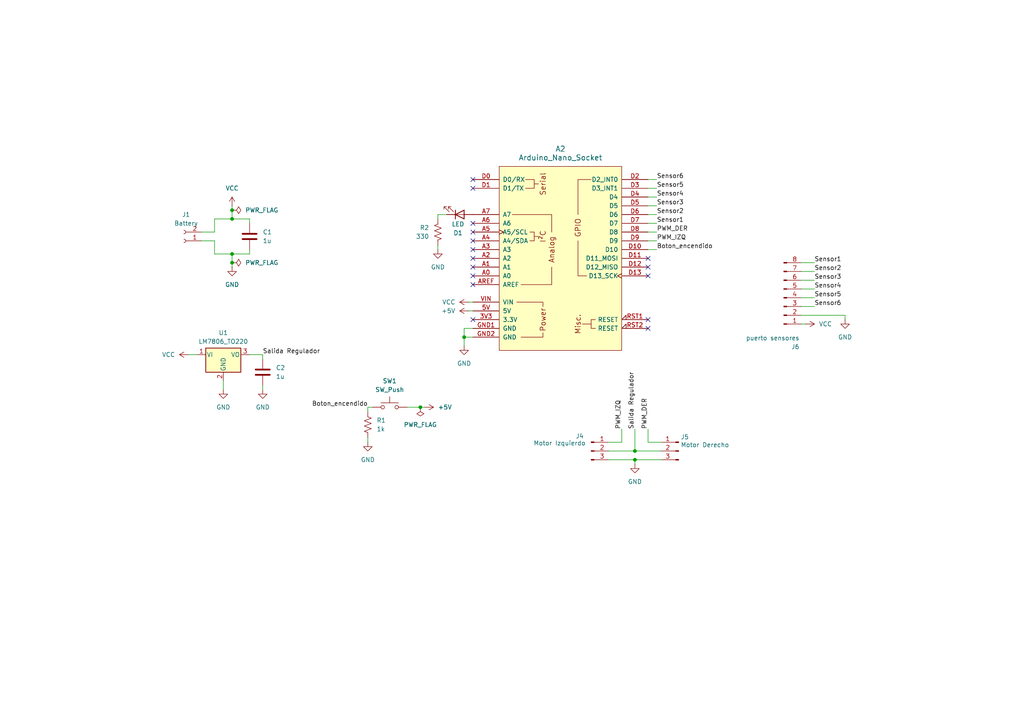
<source format=kicad_sch>
(kicad_sch (version 20231120) (generator "eeschema") (generator_version "8.0")
  (paper "A4")
  (lib_symbols
    (symbol "Connector:Conn_01x02_Socket" (pin_names (offset 1.016) hide)
      (property "Reference" "J" (at 0 2.54 0))
      (property "Value" "Conn_01x02_Socket" (at 0 -5.08 0))
      (symbol "Conn_01x02_Socket_1_1"
        (arc (start 0 -2.032) (mid -0.5058 -2.54) (end 0 -3.048) (stroke (width 0.1524)))
        (polyline (pts (xy -1.27 -2.54) (xy -0.508 -2.54)) (stroke (width 0.1524)))
        (polyline (pts (xy -1.27 0) (xy -0.508 0)) (stroke (width 0.1524)))
        (arc (start 0 0.508) (mid -0.5058 0) (end 0 -0.508) (stroke (width 0.1524)))
        (pin passive line (at -5.08 0 0) (length 3.81) (name "Pin_1") (number "1"))
        (pin passive line (at -5.08 -2.54 0) (length 3.81) (name "Pin_2") (number "2"))
      )
    )
    (symbol "Connector:Conn_01x03_Pin" (pin_names (offset 1.016) hide)
      (property "Reference" "J" (at 0 5.08 0))
      (property "Value" "Conn_01x03_Pin" (at 0 -5.08 0))
      (symbol "Conn_01x03_Pin_1_1"
        (polyline (pts (xy 1.27 -2.54) (xy 0.8636 -2.54)) (stroke (width 0.1524)))
        (polyline (pts (xy 1.27 0) (xy 0.8636 0)) (stroke (width 0.1524)))
        (polyline (pts (xy 1.27 2.54) (xy 0.8636 2.54)) (stroke (width 0.1524)))
        (rectangle (start 0.8636 -2.413) (end 0 -2.667) (stroke (width 0.1524)) (fill (type outline)))
        (rectangle (start 0.8636 0.127) (end 0 -0.127) (stroke (width 0.1524)) (fill (type outline)))
        (rectangle (start 0.8636 2.667) (end 0 2.413) (stroke (width 0.1524)) (fill (type outline)))
        (pin passive line (at 5.08 2.54 180) (length 3.81) (name "Pin_1") (number "1"))
        (pin passive line (at 5.08 0 180) (length 3.81) (name "Pin_2") (number "2"))
        (pin passive line (at 5.08 -2.54 180) (length 3.81) (name "Pin_3") (number "3"))
      )
    )
    (symbol "Connector:Conn_01x08_Pin" (pin_names (offset 1.016) hide)
      (property "Reference" "J" (at 0 10.16 0))
      (property "Value" "Conn_01x08_Pin" (at 0 -12.7 0))
      (symbol "Conn_01x08_Pin_1_1"
        (polyline (pts (xy 1.27 -10.16) (xy 0.8636 -10.16)) (stroke (width 0.1524)))
        (polyline (pts (xy 1.27 -7.62) (xy 0.8636 -7.62)) (stroke (width 0.1524)))
        (polyline (pts (xy 1.27 -5.08) (xy 0.8636 -5.08)) (stroke (width 0.1524)))
        (polyline (pts (xy 1.27 -2.54) (xy 0.8636 -2.54)) (stroke (width 0.1524)))
        (polyline (pts (xy 1.27 0) (xy 0.8636 0)) (stroke (width 0.1524)))
        (polyline (pts (xy 1.27 2.54) (xy 0.8636 2.54)) (stroke (width 0.1524)))
        (polyline (pts (xy 1.27 5.08) (xy 0.8636 5.08)) (stroke (width 0.1524)))
        (polyline (pts (xy 1.27 7.62) (xy 0.8636 7.62)) (stroke (width 0.1524)))
        (rectangle (start 0.8636 -10.033) (end 0 -10.287) (stroke (width 0.1524)) (fill (type outline)))
        (rectangle (start 0.8636 -7.493) (end 0 -7.747) (stroke (width 0.1524)) (fill (type outline)))
        (rectangle (start 0.8636 -4.953) (end 0 -5.207) (stroke (width 0.1524)) (fill (type outline)))
        (rectangle (start 0.8636 -2.413) (end 0 -2.667) (stroke (width 0.1524)) (fill (type outline)))
        (rectangle (start 0.8636 0.127) (end 0 -0.127) (stroke (width 0.1524)) (fill (type outline)))
        (rectangle (start 0.8636 2.667) (end 0 2.413) (stroke (width 0.1524)) (fill (type outline)))
        (rectangle (start 0.8636 5.207) (end 0 4.953) (stroke (width 0.1524)) (fill (type outline)))
        (rectangle (start 0.8636 7.747) (end 0 7.493) (stroke (width 0.1524)) (fill (type outline)))
        (pin passive line (at 5.08 7.62 180) (length 3.81) (name "Pin_1") (number "1"))
        (pin passive line (at 5.08 5.08 180) (length 3.81) (name "Pin_2") (number "2"))
        (pin passive line (at 5.08 2.54 180) (length 3.81) (name "Pin_3") (number "3"))
        (pin passive line (at 5.08 0 180) (length 3.81) (name "Pin_4") (number "4"))
        (pin passive line (at 5.08 -2.54 180) (length 3.81) (name "Pin_5") (number "5"))
        (pin passive line (at 5.08 -5.08 180) (length 3.81) (name "Pin_6") (number "6"))
        (pin passive line (at 5.08 -7.62 180) (length 3.81) (name "Pin_7") (number "7"))
        (pin passive line (at 5.08 -10.16 180) (length 3.81) (name "Pin_8") (number "8"))
      )
    )
    (symbol "Device:C" (pin_numbers hide) (pin_names (offset 0.254))
      (property "Reference" "C" (at 0.635 2.54 0))
      (property "Value" "C" (at 0.635 -2.54 0))
      (symbol "C_0_1"
        (polyline (pts (xy -2.032 -0.762) (xy 2.032 -0.762)) (stroke (width 0.508)))
        (polyline (pts (xy -2.032 0.762) (xy 2.032 0.762)) (stroke (width 0.508)))
      )
      (symbol "C_1_1"
        (pin passive line (at 0 3.81 270) (length 2.794) (name "~") (number "1"))
        (pin passive line (at 0 -3.81 90) (length 2.794) (name "~") (number "2"))
      )
    )
    (symbol "Device:LED" (pin_numbers hide) (pin_names (offset 1.016) hide)
      (property "Reference" "D" (at 0 2.54 0))
      (property "Value" "LED" (at 0 -2.54 0))
      (symbol "LED_0_1"
        (polyline (pts (xy -1.27 -1.27) (xy -1.27 1.27)) (stroke (width 0.254)))
        (polyline (pts (xy -1.27 0) (xy 1.27 0)))
        (polyline (pts (xy 1.27 -1.27) (xy 1.27 1.27) (xy -1.27 0) (xy 1.27 -1.27)) (stroke (width 0.254)))
        (polyline (pts (xy -3.048 -0.762) (xy -4.572 -2.286) (xy -3.81 -2.286) (xy -4.572 -2.286) (xy -4.572 -1.524)))
        (polyline (pts (xy -1.778 -0.762) (xy -3.302 -2.286) (xy -2.54 -2.286) (xy -3.302 -2.286) (xy -3.302 -1.524)))
      )
      (symbol "LED_1_1"
        (pin passive line (at -3.81 0 0) (length 2.54) (name "K") (number "1"))
        (pin passive line (at 3.81 0 180) (length 2.54) (name "A") (number "2"))
      )
    )
    (symbol "Device:R_US" (pin_numbers hide) (pin_names (offset 0))
      (property "Reference" "R" (at 2.54 0 90))
      (property "Value" "R_US" (at -2.54 0 90))
      (symbol "R_US_0_1"
        (polyline (pts (xy 0 -2.286) (xy 0 -2.54)))
        (polyline (pts (xy 0 2.286) (xy 0 2.54)))
        (polyline (pts (xy 0 -0.762) (xy 1.016 -1.143) (xy 0 -1.524) (xy -1.016 -1.905) (xy 0 -2.286)))
        (polyline (pts (xy 0 0.762) (xy 1.016 0.381) (xy 0 0) (xy -1.016 -0.381) (xy 0 -0.762)))
        (polyline (pts (xy 0 2.286) (xy 1.016 1.905) (xy 0 1.524) (xy -1.016 1.143) (xy 0 0.762)))
      )
      (symbol "R_US_1_1"
        (pin passive line (at 0 3.81 270) (length 1.27) (name "~") (number "1"))
        (pin passive line (at 0 -3.81 90) (length 1.27) (name "~") (number "2"))
      )
    )
    (symbol "PCM_arduino-library:Arduino_Nano_Socket" (pin_names (offset 1.016))
      (property "Reference" "A" (at 0 33.02 0))
      (property "Value" "Arduino_Nano_Socket" (at 0 29.21 0))
      (symbol "Arduino_Nano_Socket_0_0"
        (rectangle (start -17.78 26.67) (end 17.78 -26.67) (fill (type background)))
        (polyline (pts (xy -7.62 6.35) (xy -6.35 6.35)))
        (polyline (pts (xy -7.62 21.59) (xy -6.35 21.59)))
        (polyline (pts (xy 8.89 -19.05) (xy 6.35 -19.05)))
        (polyline (pts (xy -11.43 -22.86) (xy -5.08 -22.86) (xy -5.08 -21.59)))
        (polyline (pts (xy -5.08 -13.97) (xy -5.08 -12.7) (xy -12.7 -12.7)))
        (polyline (pts (xy -10.16 22.86) (xy -7.62 22.86) (xy -7.62 20.32) (xy -10.16 20.32)))
        (polyline (pts (xy -8.89 7.62) (xy -7.62 7.62) (xy -7.62 5.08) (xy -8.89 5.08)))
        (text "Analog" (at -2.54 2.54 900) (effects (font (size 1.524 1.524))))
        (text "I²C" (at -5.08 6.35 900) (effects (font (size 1.524 1.524))))
        (text "Misc." (at 5.08 -19.05 900) (effects (font (size 1.524 1.524))))
        (text "Power" (at -5.08 -17.78 900) (effects (font (size 1.524 1.524))))
        (text "Serial" (at -5.08 21.59 900) (effects (font (size 1.524 1.524))))
      )
      (symbol "Arduino_Nano_Socket_0_1"
        (polyline (pts (xy -13.97 12.7) (xy -2.54 12.7) (xy -2.54 7.62)))
        (polyline (pts (xy -11.43 -7.62) (xy -2.54 -7.62) (xy -2.54 -2.54)))
        (polyline (pts (xy 7.62 -5.08) (xy 5.08 -5.08) (xy 5.08 5.08)))
        (polyline (pts (xy 8.89 22.86) (xy 5.08 22.86) (xy 5.08 12.7)))
        (polyline (pts (xy 10.16 -17.78) (xy 8.89 -17.78) (xy 8.89 -20.32) (xy 10.16 -20.32)))
      )
      (symbol "Arduino_Nano_Socket_1_0"
        (text "GPIO" (at 5.08 8.89 900) (effects (font (size 1.524 1.524))))
      )
      (symbol "Arduino_Nano_Socket_1_1"
        (pin power_out line (at -25.4 -17.78 0) (length 7.62) (name "3.3V") (number "3V3"))
        (pin power_in line (at -25.4 -15.24 0) (length 7.62) (name "5V") (number "5V"))
        (pin bidirectional line (at -25.4 -5.08 0) (length 7.62) (name "A0") (number "A0"))
        (pin bidirectional line (at -25.4 -2.54 0) (length 7.62) (name "A1") (number "A1"))
        (pin bidirectional line (at -25.4 0 0) (length 7.62) (name "A2") (number "A2"))
        (pin bidirectional line (at -25.4 2.54 0) (length 7.62) (name "A3") (number "A3"))
        (pin bidirectional line (at -25.4 5.08 0) (length 7.62) (name "A4/SDA") (number "A4"))
        (pin bidirectional clock (at -25.4 7.62 0) (length 7.62) (name "A5/SCL") (number "A5"))
        (pin input line (at -25.4 10.16 0) (length 7.62) (name "A6") (number "A6"))
        (pin input line (at -25.4 12.7 0) (length 7.62) (name "A7") (number "A7"))
        (pin input line (at -25.4 -7.62 0) (length 7.62) (name "AREF") (number "AREF"))
        (pin bidirectional line (at -25.4 22.86 0) (length 7.62) (name "D0/RX") (number "D0"))
        (pin bidirectional line (at -25.4 20.32 0) (length 7.62) (name "D1/TX") (number "D1"))
        (pin bidirectional line (at 25.4 2.54 180) (length 7.62) (name "D10") (number "D10"))
        (pin bidirectional line (at 25.4 0 180) (length 7.62) (name "D11_MOSI") (number "D11"))
        (pin bidirectional line (at 25.4 -2.54 180) (length 7.62) (name "D12_MISO") (number "D12"))
        (pin bidirectional clock (at 25.4 -5.08 180) (length 7.62) (name "D13_SCK") (number "D13"))
        (pin bidirectional line (at 25.4 22.86 180) (length 7.62) (name "D2_INT0") (number "D2"))
        (pin bidirectional line (at 25.4 20.32 180) (length 7.62) (name "D3_INT1") (number "D3"))
        (pin bidirectional line (at 25.4 17.78 180) (length 7.62) (name "D4") (number "D4"))
        (pin bidirectional line (at 25.4 15.24 180) (length 7.62) (name "D5") (number "D5"))
        (pin bidirectional line (at 25.4 12.7 180) (length 7.62) (name "D6") (number "D6"))
        (pin bidirectional line (at 25.4 10.16 180) (length 7.62) (name "D7") (number "D7"))
        (pin bidirectional line (at 25.4 7.62 180) (length 7.62) (name "D8") (number "D8"))
        (pin bidirectional line (at 25.4 5.08 180) (length 7.62) (name "D9") (number "D9"))
        (pin power_in line (at -25.4 -20.32 0) (length 7.62) (name "GND") (number "GND1"))
        (pin power_in line (at -25.4 -22.86 0) (length 7.62) (name "GND") (number "GND2"))
        (pin open_collector input_low (at 25.4 -17.78 180) (length 7.62) (name "RESET") (number "RST1"))
        (pin open_collector input_low (at 25.4 -20.32 180) (length 7.62) (name "RESET") (number "RST2"))
        (pin power_in line (at -25.4 -12.7 0) (length 7.62) (name "VIN") (number "VIN"))
      )
    )
    (symbol "Regulator_Linear:LM7806_TO220" (pin_names (offset 0.254))
      (property "Reference" "U" (at -3.81 3.175 0))
      (property "Value" "LM7806_TO220" (at 0 3.175 0))
      (symbol "LM7806_TO220_0_1"
        (rectangle (start -5.08 1.905) (end 5.08 -5.08) (stroke (width 0.254)) (fill (type background)))
      )
      (symbol "LM7806_TO220_1_1"
        (pin power_in line (at -7.62 0 0) (length 2.54) (name "VI") (number "1"))
        (pin power_in line (at 0 -7.62 90) (length 2.54) (name "GND") (number "2"))
        (pin power_out line (at 7.62 0 180) (length 2.54) (name "VO") (number "3"))
      )
    )
    (symbol "Switch:SW_Push" (pin_numbers hide) (pin_names (offset 1.016) hide)
      (property "Reference" "SW" (at 1.27 2.54 0))
      (property "Value" "SW_Push" (at 0 -1.524 0))
      (symbol "SW_Push_0_1"
        (circle (center -2.032 0) (radius 0.508))
        (polyline (pts (xy 0 1.27) (xy 0 3.048)))
        (polyline (pts (xy 2.54 1.27) (xy -2.54 1.27)))
        (circle (center 2.032 0) (radius 0.508))
        (pin passive line (at -5.08 0 0) (length 2.54) (name "1") (number "1"))
        (pin passive line (at 5.08 0 180) (length 2.54) (name "2") (number "2"))
      )
    )
    (symbol "power:+5V" (power) (pin_numbers hide) (pin_names (offset 0) hide)
      (property "Value" "+5V" (at 0 3.556 0))
      (symbol "+5V_0_1"
        (polyline (pts (xy -0.762 1.27) (xy 0 2.54)))
        (polyline (pts (xy 0 0) (xy 0 2.54)))
        (polyline (pts (xy 0 2.54) (xy 0.762 1.27)))
      )
      (symbol "+5V_1_1"
        (pin power_in line (at 0 0 90) (length 0) (name "~") (number "1"))
      )
    )
    (symbol "power:GND" (power) (pin_numbers hide) (pin_names (offset 0) hide)
      (property "Value" "GND" (at 0 -3.81 0))
      (symbol "GND_0_1"
        (polyline (pts (xy 0 0) (xy 0 -1.27) (xy 1.27 -1.27) (xy 0 -2.54) (xy -1.27 -1.27) (xy 0 -1.27)))
      )
      (symbol "GND_1_1"
        (pin power_in line (at 0 0 270) (length 0) (name "~") (number "1"))
      )
    )
    (symbol "power:PWR_FLAG" (power) (pin_numbers hide) (pin_names (offset 0) hide)
      (property "Value" "PWR_FLAG" (at 0 3.81 0))
      (symbol "PWR_FLAG_0_0"
        (pin power_out line (at 0 0 90) (length 0) (name "~") (number "1"))
      )
      (symbol "PWR_FLAG_0_1"
        (polyline (pts (xy 0 0) (xy 0 1.27) (xy -1.016 1.905) (xy 0 2.54) (xy 1.016 1.905) (xy 0 1.27)))
      )
    )
    (symbol "power:VCC" (power) (pin_numbers hide) (pin_names (offset 0) hide)
      (property "Value" "VCC" (at 0 3.556 0))
      (symbol "VCC_0_1"
        (polyline (pts (xy -0.762 1.27) (xy 0 2.54)))
        (polyline (pts (xy 0 0) (xy 0 2.54)))
        (polyline (pts (xy 0 2.54) (xy 0.762 1.27)))
      )
      (symbol "VCC_1_1"
        (pin power_in line (at 0 0 90) (length 0) (name "~") (number "1"))
      )
    )
  )
  (junction (at 184.15 130.81))
  (junction (at 134.62 97.79))
  (junction (at 67.31 73.66))
  (junction (at 67.31 60.96))
  (junction (at 184.15 133.35))
  (junction (at 121.92 118.11))
  (junction (at 67.31 63.5))
  (junction (at 67.31 76.2))
  (no_connect (at 137.16 52.07))
  (no_connect (at 137.16 64.77))
  (no_connect (at 187.96 77.47))
  (no_connect (at 137.16 80.01))
  (no_connect (at 137.16 54.61))
  (no_connect (at 137.16 69.85))
  (no_connect (at 187.96 74.93))
  (no_connect (at 187.96 95.25))
  (no_connect (at 137.16 92.71))
  (no_connect (at 187.96 92.71))
  (no_connect (at 137.16 74.93))
  (no_connect (at 137.16 82.55))
  (no_connect (at 137.16 77.47))
  (no_connect (at 187.96 80.01))
  (no_connect (at 137.16 72.39))
  (no_connect (at 137.16 67.31))
  (wire (pts (xy 180.34 124.46) (xy 180.34 128.27)))
  (wire (pts (xy 54.61 102.87) (xy 57.15 102.87)))
  (wire (pts (xy 72.39 102.87) (xy 76.2 102.87)))
  (wire (pts (xy 67.31 73.66) (xy 62.23 73.66)))
  (wire (pts (xy 176.53 128.27) (xy 180.34 128.27)))
  (wire (pts (xy 72.39 73.66) (xy 67.31 73.66)))
  (wire (pts (xy 232.41 76.2) (xy 236.22 76.2)))
  (wire (pts (xy 236.22 81.28) (xy 232.41 81.28)))
  (wire (pts (xy 190.5 57.15) (xy 187.96 57.15)))
  (wire (pts (xy 184.15 133.35) (xy 191.77 133.35)))
  (wire (pts (xy 127 62.23) (xy 127 63.5)))
  (wire (pts (xy 232.41 78.74) (xy 236.22 78.74)))
  (wire (pts (xy 62.23 73.66) (xy 62.23 69.85)))
  (wire (pts (xy 190.5 52.07) (xy 187.96 52.07)))
  (wire (pts (xy 190.5 62.23) (xy 187.96 62.23)))
  (wire (pts (xy 72.39 72.39) (xy 72.39 73.66)))
  (wire (pts (xy 245.11 91.44) (xy 232.41 91.44)))
  (wire (pts (xy 233.68 93.98) (xy 232.41 93.98)))
  (wire (pts (xy 184.15 124.46) (xy 184.15 130.81)))
  (wire (pts (xy 190.5 64.77) (xy 187.96 64.77)))
  (wire (pts (xy 236.22 86.36) (xy 232.41 86.36)))
  (wire (pts (xy 64.77 113.03) (xy 64.77 110.49)))
  (wire (pts (xy 67.31 59.69) (xy 67.31 60.96)))
  (wire (pts (xy 127 71.12) (xy 127 72.39)))
  (wire (pts (xy 67.31 76.2) (xy 67.31 73.66)))
  (wire (pts (xy 245.11 91.44) (xy 245.11 92.71)))
  (wire (pts (xy 137.16 95.25) (xy 134.62 95.25)))
  (wire (pts (xy 129.54 62.23) (xy 127 62.23)))
  (wire (pts (xy 176.53 130.81) (xy 184.15 130.81)))
  (wire (pts (xy 62.23 69.85) (xy 58.42 69.85)))
  (wire (pts (xy 62.23 67.31) (xy 58.42 67.31)))
  (wire (pts (xy 191.77 128.27) (xy 187.96 128.27)))
  (wire (pts (xy 137.16 97.79) (xy 134.62 97.79)))
  (wire (pts (xy 67.31 63.5) (xy 72.39 63.5)))
  (wire (pts (xy 134.62 95.25) (xy 134.62 97.79)))
  (wire (pts (xy 62.23 63.5) (xy 67.31 63.5)))
  (wire (pts (xy 72.39 63.5) (xy 72.39 64.77)))
  (wire (pts (xy 134.62 97.79) (xy 134.62 100.33)))
  (wire (pts (xy 107.95 118.11) (xy 106.68 118.11)))
  (wire (pts (xy 236.22 83.82) (xy 232.41 83.82)))
  (wire (pts (xy 135.89 90.17) (xy 137.16 90.17)))
  (wire (pts (xy 190.5 67.31) (xy 187.96 67.31)))
  (wire (pts (xy 123.19 118.11) (xy 121.92 118.11)))
  (wire (pts (xy 121.92 118.11) (xy 118.11 118.11)))
  (wire (pts (xy 106.68 127) (xy 106.68 128.27)))
  (wire (pts (xy 76.2 102.87) (xy 76.2 104.14)))
  (wire (pts (xy 190.5 59.69) (xy 187.96 59.69)))
  (wire (pts (xy 184.15 130.81) (xy 191.77 130.81)))
  (wire (pts (xy 236.22 88.9) (xy 232.41 88.9)))
  (wire (pts (xy 176.53 133.35) (xy 184.15 133.35)))
  (wire (pts (xy 76.2 111.76) (xy 76.2 113.03)))
  (wire (pts (xy 187.96 124.46) (xy 187.96 128.27)))
  (wire (pts (xy 62.23 67.31) (xy 62.23 63.5)))
  (wire (pts (xy 184.15 133.35) (xy 184.15 134.62)))
  (wire (pts (xy 67.31 77.47) (xy 67.31 76.2)))
  (wire (pts (xy 187.96 72.39) (xy 190.5 72.39)))
  (wire (pts (xy 135.89 87.63) (xy 137.16 87.63)))
  (wire (pts (xy 106.68 118.11) (xy 106.68 119.38)))
  (wire (pts (xy 190.5 69.85) (xy 187.96 69.85)))
  (wire (pts (xy 67.31 60.96) (xy 67.31 63.5)))
  (wire (pts (xy 190.5 54.61) (xy 187.96 54.61)))
  (label "Sensor1" (at 190.5 64.77 0))
  (label "PWM_IZQ" (at 190.5 69.85 0))
  (label "Salida Regulador" (at 184.15 124.46 90))
  (label "Sensor3" (at 236.22 81.28 0))
  (label "Sensor3" (at 190.5 59.69 0))
  (label "Sensor2" (at 236.22 78.74 0))
  (label "Boton_encendido" (at 106.68 118.11 180))
  (label "Sensor1" (at 236.22 76.2 0))
  (label "PWM_IZQ" (at 180.34 124.46 90))
  (label "Boton_encendido" (at 190.5 72.39 0))
  (label "Sensor6" (at 236.22 88.9 0))
  (label "Sensor2" (at 190.5 62.23 0))
  (label "PWM_DER" (at 187.96 124.46 90))
  (label "Sensor4" (at 190.5 57.15 0))
  (label "PWM_DER" (at 190.5 67.31 0))
  (label "Sensor5" (at 190.5 54.61 0))
  (label "Sensor5" (at 236.22 86.36 0))
  (label "Salida Regulador" (at 76.2 102.87 0))
  (label "Sensor4" (at 236.22 83.82 0))
  (label "Sensor6" (at 190.5 52.07 0))
  (symbol (lib_id "power:VCC") (at 54.61 102.87 90) (unit 1)
    (property "Reference" "#PWR03" (effects (hide yes)))
    (property "Value" "VCC" (at 50.8 102.8699 90) (effects (justify left)))
    (property "Description" "Power symbol creates a global label with name \"VCC\"" (effects (hide yes)))
  )
  (symbol (lib_id "PCM_arduino-library:Arduino_Nano_Socket") (at 162.56 74.93 0) (unit 1)
    (property "Reference" "A2" (at 162.56 43.18 0) (effects (font (size 1.524 1.524))))
    (property "Value" "Arduino_Nano_Socket" (at 162.56 45.72 0) (effects (font (size 1.524 1.524))))
    (property "Footprint" "PCM_arduino-library:Arduino_Nano_Socket" (effects (hide yes)))
    (property "Datasheet" "https://docs.arduino.cc/hardware/nano" (effects (hide yes)))
    (property "Description" "Socket for Arduino Nano" (effects (hide yes)))
  )
  (symbol (lib_id "Device:C") (at 76.2 107.95 0) (unit 1)
    (property "Reference" "C2" (at 80.01 106.6799 0) (effects (justify left)))
    (property "Value" "1u" (at 80.01 109.2199 0) (effects (justify left)))
    (property "Footprint" "Capacitor_THT:C_Disc_D7.0mm_W2.5mm_P5.00mm" (effects (hide yes)))
    (property "Description" "Unpolarized capacitor" (effects (hide yes)))
  )
  (symbol (lib_id "power:PWR_FLAG") (at 67.31 60.96 270) (unit 1)
    (property "Reference" "#FLG02" (effects (hide yes)))
    (property "Value" "PWR_FLAG" (at 71.12 60.9599 90) (effects (justify left)))
    (property "Description" "Special symbol for telling ERC where power comes from" (effects (hide yes)))
  )
  (symbol (lib_id "power:GND") (at 106.68 128.27 0) (unit 1)
    (property "Reference" "#PWR08" (effects (hide yes)))
    (property "Value" "GND" (at 106.68 133.35 0))
    (property "Description" "Power symbol creates a global label with name \"GND\" , ground" (effects (hide yes)))
  )
  (symbol (lib_id "power:GND") (at 76.2 113.03 0) (unit 1)
    (property "Reference" "#PWR05" (effects (hide yes)))
    (property "Value" "GND" (at 76.2 118.11 0))
    (property "Description" "Power symbol creates a global label with name \"GND\" , ground" (effects (hide yes)))
  )
  (symbol (lib_id "power:PWR_FLAG") (at 67.31 76.2 270) (unit 1)
    (property "Reference" "#FLG01" (effects (hide yes)))
    (property "Value" "PWR_FLAG" (at 71.12 76.1999 90) (effects (justify left)))
    (property "Description" "Special symbol for telling ERC where power comes from" (effects (hide yes)))
  )
  (symbol (lib_id "power:VCC") (at 233.68 93.98 270) (unit 1)
    (property "Reference" "#PWR012" (effects (hide yes)))
    (property "Value" "VCC" (at 237.49 93.9801 90) (effects (justify left)))
    (property "Description" "Power symbol creates a global label with name \"VCC\"" (effects (hide yes)))
  )
  (symbol (lib_id "Switch:SW_Push") (at 113.03 118.11 0) (mirror y) (unit 1)
    (property "Reference" "SW1" (at 113.03 110.49 0))
    (property "Value" "SW_Push" (at 113.03 113.03 0))
    (property "Footprint" "Button_Switch_THT:SW_PUSH_6mm" (effects (hide yes)))
    (property "Description" "Push button switch, generic, two pins" (effects (hide yes)))
  )
  (symbol (lib_id "Device:LED") (at 133.35 62.23 0) (mirror x) (unit 1)
    (property "Reference" "D1" (at 132.842 67.564 0))
    (property "Value" "LED" (at 132.842 65.024 0))
    (property "Footprint" "LED_THT:LED_D5.0mm" (effects (hide yes)))
    (property "Description" "Light emitting diode" (effects (hide yes)))
  )
  (symbol (lib_id "power:GND") (at 64.77 113.03 0) (unit 1)
    (property "Reference" "#PWR04" (effects (hide yes)))
    (property "Value" "GND" (at 64.77 118.11 0))
    (property "Description" "Power symbol creates a global label with name \"GND\" , ground" (effects (hide yes)))
  )
  (symbol (lib_id "Connector:Conn_01x03_Pin") (at 196.85 130.81 0) (mirror y) (unit 1)
    (property "Reference" "J5" (at 198.628 126.746 0))
    (property "Value" "Motor Derecho" (at 204.47 129.032 0))
    (property "Footprint" "Connector_PinHeader_2.54mm:PinHeader_1x03_P2.54mm_Vertical" (effects (hide yes)))
    (property "Description" "Generic connector, single row, 01x03, script generated" (effects (hide yes)))
  )
  (symbol (lib_id "power:VCC") (at 135.89 87.63 90) (unit 1)
    (property "Reference" "#PWR014" (effects (hide yes)))
    (property "Value" "VCC" (at 132.08 87.6299 90) (effects (justify left)))
    (property "Description" "Power symbol creates a global label with name \"VCC\"" (effects (hide yes)))
  )
  (symbol (lib_id "power:GND") (at 67.31 77.47 0) (unit 1)
    (property "Reference" "#PWR02" (effects (hide yes)))
    (property "Value" "GND" (at 67.31 82.55 0))
    (property "Description" "Power symbol creates a global label with name \"GND\" , ground" (effects (hide yes)))
  )
  (symbol (lib_id "power:+5V") (at 123.19 118.11 270) (unit 1)
    (property "Reference" "#PWR011" (effects (hide yes)))
    (property "Value" "+5V" (at 127 118.1099 90) (effects (justify left)))
    (property "Description" "Power symbol creates a global label with name \"+5V\"" (effects (hide yes)))
  )
  (symbol (lib_id "Connector:Conn_01x03_Pin") (at 171.45 130.81 0) (unit 1)
    (property "Reference" "J4" (at 168.148 126.492 0))
    (property "Value" "Motor Izquierdo" (at 162.306 128.524 0))
    (property "Footprint" "Connector_PinHeader_2.54mm:PinHeader_1x03_P2.54mm_Vertical" (effects (hide yes)))
    (property "Description" "Generic connector, single row, 01x03, script generated" (effects (hide yes)))
  )
  (symbol (lib_id "power:GND") (at 134.62 100.33 0) (mirror y) (unit 1)
    (property "Reference" "#PWR010" (effects (hide yes)))
    (property "Value" "GND" (at 134.62 105.41 0))
    (property "Description" "Power symbol creates a global label with name \"GND\" , ground" (effects (hide yes)))
  )
  (symbol (lib_id "Connector:Conn_01x08_Pin") (at 227.33 86.36 0) (mirror x) (unit 1)
    (property "Reference" "J6" (at 231.902 100.584 0) (effects (justify right)))
    (property "Value" "puerto sensores" (at 231.902 98.044 0) (effects (justify right)))
    (property "Footprint" "Connector_PinHeader_2.54mm:PinHeader_1x08_P2.54mm_Vertical" (effects (hide yes)))
    (property "Description" "Generic connector, single row, 01x08, script generated" (effects (hide yes)))
  )
  (symbol (lib_id "Device:R_US") (at 127 67.31 0) (mirror y) (unit 1)
    (property "Reference" "R2" (at 124.46 66.0399 0) (effects (justify left)))
    (property "Value" "330" (at 124.46 68.5799 0) (effects (justify left)))
    (property "Footprint" "Resistor_THT:R_Axial_DIN0411_L9.9mm_D3.6mm_P12.70mm_Horizontal" (effects (hide yes)))
    (property "Description" "Resistor, US symbol" (effects (hide yes)))
  )
  (symbol (lib_id "power:PWR_FLAG") (at 121.92 118.11 180) (unit 1)
    (property "Reference" "#FLG03" (effects (hide yes)))
    (property "Value" "PWR_FLAG" (at 121.92 123.19 0))
    (property "Description" "Special symbol for telling ERC where power comes from" (effects (hide yes)))
  )
  (symbol (lib_id "power:GND") (at 127 72.39 0) (mirror y) (unit 1)
    (property "Reference" "#PWR06" (effects (hide yes)))
    (property "Value" "GND" (at 127 77.47 0))
    (property "Description" "Power symbol creates a global label with name \"GND\" , ground" (effects (hide yes)))
  )
  (symbol (lib_id "Connector:Conn_01x02_Socket") (at 53.34 69.85 180) (unit 1)
    (property "Reference" "J1" (at 53.975 62.23 0))
    (property "Value" "Battery" (at 53.975 64.77 0))
    (property "Footprint" "Connector_Molex:Molex_KK-254_AE-6410-02A_1x02_P2.54mm_Vertical" (effects (hide yes)))
    (property "Description" "Generic connector, single row, 01x02, script generated" (effects (hide yes)))
  )
  (symbol (lib_id "power:GND") (at 245.11 92.71 0) (unit 1)
    (property "Reference" "#PWR09" (effects (hide yes)))
    (property "Value" "GND" (at 245.11 97.79 0))
    (property "Description" "Power symbol creates a global label with name \"GND\" , ground" (effects (hide yes)))
  )
  (symbol (lib_id "Regulator_Linear:LM7806_TO220") (at 64.77 102.87 0) (unit 1)
    (property "Reference" "U1" (at 64.77 96.52 0))
    (property "Value" "LM7806_TO220" (at 64.77 99.06 0))
    (property "Footprint" "Package_TO_SOT_THT:TO-220-3_Vertical" (effects (hide yes)))
    (property "Datasheet" "https://www.onsemi.cn/PowerSolutions/document/MC7800-D.PDF" (effects (hide yes)))
    (property "Description" "Positive 1A 35V Linear Regulator, Fixed Output 6V, TO-220" (effects (hide yes)))
  )
  (symbol (lib_id "Device:R_US") (at 106.68 123.19 0) (unit 1)
    (property "Reference" "R1" (at 109.22 121.9199 0) (effects (justify left)))
    (property "Value" "1k" (at 109.22 124.4599 0) (effects (justify left)))
    (property "Footprint" "Resistor_THT:R_Axial_DIN0411_L9.9mm_D3.6mm_P12.70mm_Horizontal" (effects (hide yes)))
    (property "Description" "Resistor, US symbol" (effects (hide yes)))
  )
  (symbol (lib_id "power:VCC") (at 67.31 59.69 0) (unit 1)
    (property "Reference" "#PWR01" (effects (hide yes)))
    (property "Value" "VCC" (at 67.31 54.61 0))
    (property "Description" "Power symbol creates a global label with name \"VCC\"" (effects (hide yes)))
  )
  (symbol (lib_id "Device:C") (at 72.39 68.58 0) (unit 1)
    (property "Reference" "C1" (at 76.2 67.3099 0) (effects (justify left)))
    (property "Value" "1u" (at 76.2 69.8499 0) (effects (justify left)))
    (property "Footprint" "Capacitor_THT:C_Disc_D7.0mm_W2.5mm_P5.00mm" (effects (hide yes)))
    (property "Description" "Unpolarized capacitor" (effects (hide yes)))
  )
  (symbol (lib_id "power:+5V") (at 135.89 90.17 90) (unit 1)
    (property "Reference" "#PWR013" (effects (hide yes)))
    (property "Value" "+5V" (at 130.048 90.17 90))
    (property "Description" "Power symbol creates a global label with name \"+5V\"" (effects (hide yes)))
  )
  (symbol (lib_id "power:GND") (at 184.15 134.62 0) (unit 1)
    (property "Reference" "#PWR07" (effects (hide yes)))
    (property "Value" "GND" (at 184.15 139.7 0))
    (property "Description" "Power symbol creates a global label with name \"GND\" , ground" (effects (hide yes)))
  )
)
</source>
